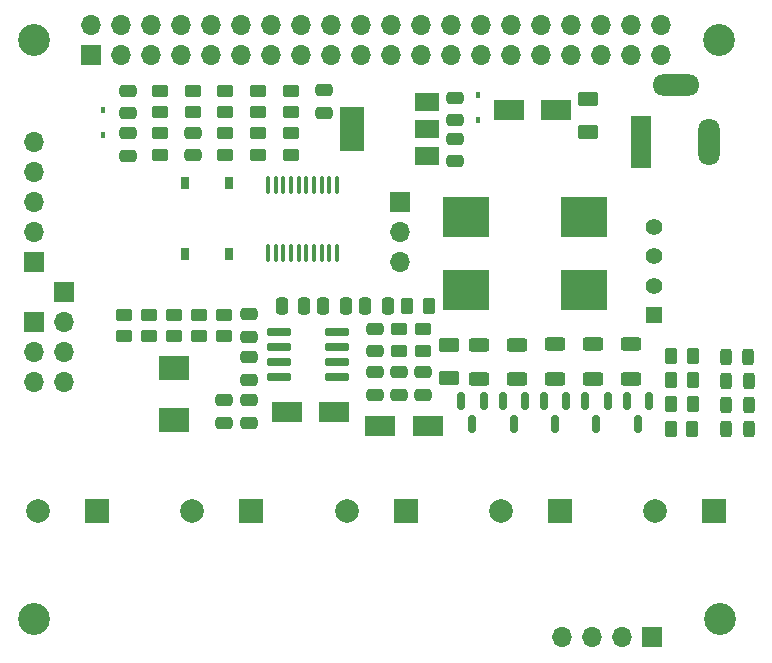
<source format=gts>
G04 #@! TF.GenerationSoftware,KiCad,Pcbnew,(6.0.5-0)*
G04 #@! TF.CreationDate,2022-07-04T19:17:30-05:00*
G04 #@! TF.ProjectId,ras_pi_supercap_ups,7261735f-7069-45f7-9375-706572636170,rev?*
G04 #@! TF.SameCoordinates,Original*
G04 #@! TF.FileFunction,Soldermask,Top*
G04 #@! TF.FilePolarity,Negative*
%FSLAX46Y46*%
G04 Gerber Fmt 4.6, Leading zero omitted, Abs format (unit mm)*
G04 Created by KiCad (PCBNEW (6.0.5-0)) date 2022-07-04 19:17:30*
%MOMM*%
%LPD*%
G01*
G04 APERTURE LIST*
G04 Aperture macros list*
%AMRoundRect*
0 Rectangle with rounded corners*
0 $1 Rounding radius*
0 $2 $3 $4 $5 $6 $7 $8 $9 X,Y pos of 4 corners*
0 Add a 4 corners polygon primitive as box body*
4,1,4,$2,$3,$4,$5,$6,$7,$8,$9,$2,$3,0*
0 Add four circle primitives for the rounded corners*
1,1,$1+$1,$2,$3*
1,1,$1+$1,$4,$5*
1,1,$1+$1,$6,$7*
1,1,$1+$1,$8,$9*
0 Add four rect primitives between the rounded corners*
20,1,$1+$1,$2,$3,$4,$5,0*
20,1,$1+$1,$4,$5,$6,$7,0*
20,1,$1+$1,$6,$7,$8,$9,0*
20,1,$1+$1,$8,$9,$2,$3,0*%
G04 Aperture macros list end*
%ADD10RoundRect,0.243750X0.243750X0.456250X-0.243750X0.456250X-0.243750X-0.456250X0.243750X-0.456250X0*%
%ADD11R,0.450000X0.600000*%
%ADD12RoundRect,0.150000X-0.150000X0.587500X-0.150000X-0.587500X0.150000X-0.587500X0.150000X0.587500X0*%
%ADD13RoundRect,0.250000X0.625000X-0.312500X0.625000X0.312500X-0.625000X0.312500X-0.625000X-0.312500X0*%
%ADD14R,2.000000X2.000000*%
%ADD15C,2.000000*%
%ADD16RoundRect,0.250000X0.475000X-0.250000X0.475000X0.250000X-0.475000X0.250000X-0.475000X-0.250000X0*%
%ADD17RoundRect,0.250000X-0.475000X0.250000X-0.475000X-0.250000X0.475000X-0.250000X0.475000X0.250000X0*%
%ADD18R,1.408000X1.408000*%
%ADD19C,1.408000*%
%ADD20C,2.700000*%
%ADD21RoundRect,0.250000X-0.450000X0.262500X-0.450000X-0.262500X0.450000X-0.262500X0.450000X0.262500X0*%
%ADD22R,2.500000X2.000000*%
%ADD23R,0.750000X1.000000*%
%ADD24RoundRect,0.250000X0.250000X0.475000X-0.250000X0.475000X-0.250000X-0.475000X0.250000X-0.475000X0*%
%ADD25RoundRect,0.250000X-0.262500X-0.450000X0.262500X-0.450000X0.262500X0.450000X-0.262500X0.450000X0*%
%ADD26R,1.700000X1.700000*%
%ADD27O,1.700000X1.700000*%
%ADD28RoundRect,0.250000X-0.250000X-0.475000X0.250000X-0.475000X0.250000X0.475000X-0.250000X0.475000X0*%
%ADD29RoundRect,0.250000X0.450000X-0.262500X0.450000X0.262500X-0.450000X0.262500X-0.450000X-0.262500X0*%
%ADD30R,4.000000X3.400000*%
%ADD31R,2.500000X1.800000*%
%ADD32RoundRect,0.250000X0.262500X0.450000X-0.262500X0.450000X-0.262500X-0.450000X0.262500X-0.450000X0*%
%ADD33RoundRect,0.100000X0.100000X-0.637500X0.100000X0.637500X-0.100000X0.637500X-0.100000X-0.637500X0*%
%ADD34RoundRect,0.042000X0.943000X0.258000X-0.943000X0.258000X-0.943000X-0.258000X0.943000X-0.258000X0*%
%ADD35RoundRect,0.250000X0.625000X-0.375000X0.625000X0.375000X-0.625000X0.375000X-0.625000X-0.375000X0*%
%ADD36R,2.000000X1.500000*%
%ADD37R,2.000000X3.800000*%
%ADD38R,1.800000X4.400000*%
%ADD39O,1.800000X4.000000*%
%ADD40O,4.000000X1.800000*%
G04 APERTURE END LIST*
D10*
X113951595Y-130302000D03*
X112076595Y-130302000D03*
D11*
X91100000Y-108170000D03*
X91100000Y-110270000D03*
D12*
X98540000Y-134082500D03*
X96640000Y-134082500D03*
X97590000Y-135957500D03*
D13*
X104010000Y-132182500D03*
X104010000Y-129257500D03*
D14*
X84940937Y-143400000D03*
D15*
X79940937Y-143400000D03*
D16*
X82326000Y-129829500D03*
X82326000Y-127929500D03*
D17*
X61400000Y-111370000D03*
X61400000Y-113270000D03*
D11*
X59300000Y-109450000D03*
X59300000Y-111550000D03*
D18*
X105960000Y-126797500D03*
D19*
X105960000Y-124297500D03*
X105960000Y-121797500D03*
X105960000Y-119297500D03*
D14*
X111057915Y-143400000D03*
D15*
X106057915Y-143400000D03*
D20*
X53500000Y-103500000D03*
D21*
X75200000Y-111387500D03*
X75200000Y-113212500D03*
D20*
X111500000Y-103500000D03*
D22*
X65329000Y-131259500D03*
X65329000Y-135659500D03*
D20*
X111540000Y-152500000D03*
D17*
X66915000Y-111350000D03*
X66915000Y-113250000D03*
D23*
X66225000Y-115618000D03*
X66225000Y-121618000D03*
X69975000Y-121618000D03*
X69975000Y-115618000D03*
D24*
X76336000Y-126038000D03*
X74436000Y-126038000D03*
D25*
X107437500Y-130257000D03*
X109262500Y-130257000D03*
D26*
X105805000Y-154040000D03*
D27*
X103265000Y-154040000D03*
X100725000Y-154040000D03*
X98185000Y-154040000D03*
D28*
X81525332Y-126038000D03*
X83425332Y-126038000D03*
D16*
X71716000Y-132244500D03*
X71716000Y-130344500D03*
D12*
X105540000Y-134082500D03*
X103640000Y-134082500D03*
X104590000Y-135957500D03*
D29*
X66915000Y-109612500D03*
X66915000Y-107787500D03*
D14*
X58823959Y-143400000D03*
D15*
X53823959Y-143400000D03*
D30*
X100020000Y-118460000D03*
X90020000Y-118460000D03*
D13*
X91170000Y-132222500D03*
X91170000Y-129297500D03*
D29*
X84366000Y-129792000D03*
X84366000Y-127967000D03*
D31*
X86806000Y-136144000D03*
X82806000Y-136144000D03*
D17*
X89154000Y-111826000D03*
X89154000Y-113726000D03*
D21*
X64172500Y-107787500D03*
X64172500Y-109612500D03*
D13*
X94380000Y-132222500D03*
X94380000Y-129297500D03*
D20*
X53500000Y-152500000D03*
D32*
X86912500Y-126038000D03*
X85087500Y-126038000D03*
D17*
X82326000Y-131619500D03*
X82326000Y-133519500D03*
X86406000Y-131619500D03*
X86406000Y-133519500D03*
D21*
X69657500Y-107787500D03*
X69657500Y-109612500D03*
D10*
X113967500Y-132334000D03*
X112092500Y-132334000D03*
D29*
X61116000Y-128572000D03*
X61116000Y-126747000D03*
D14*
X71882448Y-143400000D03*
D15*
X66882448Y-143400000D03*
D16*
X71716000Y-135879500D03*
X71716000Y-133979500D03*
D26*
X53501000Y-127360000D03*
D27*
X53501000Y-129900000D03*
X53501000Y-132440000D03*
D25*
X107437500Y-132289000D03*
X109262500Y-132289000D03*
D17*
X78066000Y-107750000D03*
X78066000Y-109650000D03*
D33*
X73275000Y-121480500D03*
X73925000Y-121480500D03*
X74575000Y-121480500D03*
X75225000Y-121480500D03*
X75875000Y-121480500D03*
X76525000Y-121480500D03*
X77175000Y-121480500D03*
X77825000Y-121480500D03*
X78475000Y-121480500D03*
X79125000Y-121480500D03*
X79125000Y-115755500D03*
X78475000Y-115755500D03*
X77825000Y-115755500D03*
X77175000Y-115755500D03*
X76525000Y-115755500D03*
X75875000Y-115755500D03*
X75225000Y-115755500D03*
X74575000Y-115755500D03*
X73925000Y-115755500D03*
X73275000Y-115755500D03*
D25*
X107395000Y-136398000D03*
X109220000Y-136398000D03*
D13*
X100800000Y-132182500D03*
X100800000Y-129257500D03*
D31*
X74911000Y-134949500D03*
X78911000Y-134949500D03*
D16*
X69572000Y-135879500D03*
X69572000Y-133979500D03*
D10*
X113967500Y-136398000D03*
X112092500Y-136398000D03*
D34*
X79126000Y-132007000D03*
X79126000Y-130737000D03*
X79126000Y-129467000D03*
X79126000Y-128197000D03*
X74186000Y-128197000D03*
X74186000Y-129467000D03*
X74186000Y-130737000D03*
X74186000Y-132007000D03*
D12*
X91540000Y-134082500D03*
X89640000Y-134082500D03*
X90590000Y-135957500D03*
D21*
X72400000Y-107787500D03*
X72400000Y-109612500D03*
X63230000Y-126747000D03*
X63230000Y-128572000D03*
D29*
X69572000Y-128572000D03*
X69572000Y-126747000D03*
D24*
X79880666Y-126038000D03*
X77980666Y-126038000D03*
D29*
X86406000Y-129792000D03*
X86406000Y-127967000D03*
D16*
X71716000Y-128609500D03*
X71716000Y-126709500D03*
D12*
X102040000Y-134082500D03*
X100140000Y-134082500D03*
X101090000Y-135957500D03*
D21*
X72400000Y-111387500D03*
X72400000Y-113212500D03*
D29*
X75200000Y-109612500D03*
X75200000Y-107787500D03*
D35*
X100400000Y-111300000D03*
X100400000Y-108500000D03*
D21*
X64157500Y-111387500D03*
X64157500Y-113212500D03*
D13*
X97590000Y-132182500D03*
X97590000Y-129257500D03*
D25*
X107437500Y-134321000D03*
X109262500Y-134321000D03*
D12*
X95040000Y-134082500D03*
X93140000Y-134082500D03*
X94090000Y-135957500D03*
D10*
X113967500Y-134366000D03*
X112092500Y-134366000D03*
D36*
X86716000Y-113298000D03*
D37*
X80416000Y-110998000D03*
D36*
X86716000Y-110998000D03*
X86716000Y-108698000D03*
D26*
X53501000Y-122280000D03*
D27*
X53501000Y-119740000D03*
X53501000Y-117200000D03*
X53501000Y-114660000D03*
X53501000Y-112120000D03*
D29*
X69672500Y-113212500D03*
X69672500Y-111387500D03*
D38*
X104850000Y-112106000D03*
D39*
X110650000Y-112106000D03*
D40*
X107850000Y-107306000D03*
D30*
X100020000Y-124630000D03*
X90020000Y-124630000D03*
D17*
X84366000Y-131619500D03*
X84366000Y-133519500D03*
D35*
X88646000Y-132078000D03*
X88646000Y-129278000D03*
D16*
X61400000Y-109670000D03*
X61400000Y-107770000D03*
D29*
X65344000Y-128572000D03*
X65344000Y-126747000D03*
D16*
X89122000Y-110252000D03*
X89122000Y-108352000D03*
D31*
X93665000Y-109370000D03*
X97665000Y-109370000D03*
D14*
X97999426Y-143400000D03*
D15*
X92999426Y-143400000D03*
D29*
X67458000Y-128572000D03*
X67458000Y-126747000D03*
D26*
X58300000Y-104770000D03*
D27*
X58300000Y-102230000D03*
X60840000Y-104770000D03*
X60840000Y-102230000D03*
X63380000Y-104770000D03*
X63380000Y-102230000D03*
X65920000Y-104770000D03*
X65920000Y-102230000D03*
X68460000Y-104770000D03*
X68460000Y-102230000D03*
X71000000Y-104770000D03*
X71000000Y-102230000D03*
X73540000Y-104770000D03*
X73540000Y-102230000D03*
X76080000Y-104770000D03*
X76080000Y-102230000D03*
X78620000Y-104770000D03*
X78620000Y-102230000D03*
X81160000Y-104770000D03*
X81160000Y-102230000D03*
X83700000Y-104770000D03*
X83700000Y-102230000D03*
X86240000Y-104770000D03*
X86240000Y-102230000D03*
X88780000Y-104770000D03*
X88780000Y-102230000D03*
X91320000Y-104770000D03*
X91320000Y-102230000D03*
X93860000Y-104770000D03*
X93860000Y-102230000D03*
X96400000Y-104770000D03*
X96400000Y-102230000D03*
X98940000Y-104770000D03*
X98940000Y-102230000D03*
X101480000Y-104770000D03*
X101480000Y-102230000D03*
X104020000Y-104770000D03*
X104020000Y-102230000D03*
X106560000Y-104770000D03*
X106560000Y-102230000D03*
D26*
X56041000Y-124820000D03*
D27*
X56041000Y-127360000D03*
X56041000Y-129900000D03*
X56041000Y-132440000D03*
D26*
X84468000Y-117222000D03*
D27*
X84468000Y-119762000D03*
X84468000Y-122302000D03*
M02*

</source>
